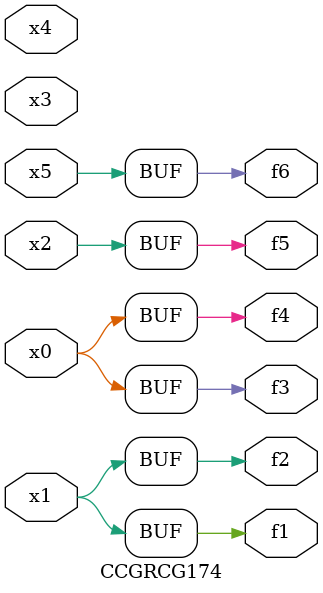
<source format=v>
module CCGRCG174(
	input x0, x1, x2, x3, x4, x5,
	output f1, f2, f3, f4, f5, f6
);
	assign f1 = x1;
	assign f2 = x1;
	assign f3 = x0;
	assign f4 = x0;
	assign f5 = x2;
	assign f6 = x5;
endmodule

</source>
